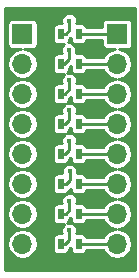
<source format=gbl>
%TF.GenerationSoftware,KiCad,Pcbnew,4.0.7*%
%TF.CreationDate,2017-11-27T18:36:53+08:00*%
%TF.ProjectId,LED_R,4C45445F522E6B696361645F70636200,rev?*%
%TF.FileFunction,Copper,L2,Bot,Signal*%
%FSLAX46Y46*%
G04 Gerber Fmt 4.6, Leading zero omitted, Abs format (unit mm)*
G04 Created by KiCad (PCBNEW 4.0.7) date 11/27/17 18:36:53*
%MOMM*%
%LPD*%
G01*
G04 APERTURE LIST*
%ADD10C,0.100000*%
%ADD11R,1.700000X1.700000*%
%ADD12O,1.700000X1.700000*%
%ADD13R,0.500000X0.900000*%
%ADD14C,0.453000*%
%ADD15C,0.250000*%
%ADD16C,0.254000*%
G04 APERTURE END LIST*
D10*
D11*
X9997600Y-2709200D03*
D12*
X9997600Y-5249200D03*
X9997600Y-7789200D03*
X9997600Y-10329200D03*
X9997600Y-12869200D03*
X9997600Y-15409200D03*
X9997600Y-17949200D03*
X9997600Y-20489200D03*
D11*
X1997600Y-2709200D03*
D12*
X1997600Y-5249200D03*
X1997600Y-7789200D03*
X1997600Y-10329200D03*
X1997600Y-12869200D03*
X1997600Y-15409200D03*
X1997600Y-17949200D03*
X1997600Y-20489200D03*
D13*
X5247600Y-2709200D03*
X6747600Y-2709200D03*
X5247600Y-5249200D03*
X6747600Y-5249200D03*
X5247600Y-7789200D03*
X6747600Y-7789200D03*
X5247600Y-10329200D03*
X6747600Y-10329200D03*
X5247600Y-12869200D03*
X6747600Y-12869200D03*
X5247600Y-15409200D03*
X6747600Y-15409200D03*
X5247600Y-17949200D03*
X6747600Y-17949200D03*
X5247600Y-20489200D03*
X6747600Y-20489200D03*
D14*
X5950000Y-1600006D03*
X5900000Y-4100000D03*
X5950000Y-6650000D03*
X5950000Y-9200002D03*
X5950000Y-11750006D03*
X6000004Y-14350000D03*
X5950000Y-16850000D03*
X5950000Y-19350002D03*
D15*
X5247600Y-2709200D02*
X5640800Y-2709200D01*
X5640800Y-2709200D02*
X5950000Y-2400000D01*
X5950000Y-2400000D02*
X5950000Y-1600006D01*
X5247600Y-5249200D02*
X5500800Y-5249200D01*
X5500800Y-5249200D02*
X5900000Y-4850000D01*
X5900000Y-4850000D02*
X5900000Y-4100000D01*
X5247600Y-7789200D02*
X5560800Y-7789200D01*
X5560800Y-7789200D02*
X5950000Y-7400000D01*
X5950000Y-7400000D02*
X5950000Y-6650000D01*
X5247600Y-10329200D02*
X5620800Y-10329200D01*
X5620800Y-10329200D02*
X5950000Y-10000000D01*
X5950000Y-10000000D02*
X5950000Y-9200002D01*
X5247600Y-12869200D02*
X5630800Y-12869200D01*
X5630800Y-12869200D02*
X5950000Y-12550000D01*
X5950000Y-12550000D02*
X5950000Y-11750006D01*
X5247600Y-15409200D02*
X5690800Y-15409200D01*
X5690800Y-15409200D02*
X6000004Y-15099996D01*
X6000004Y-15099996D02*
X6000004Y-14350000D01*
X5247600Y-17949200D02*
X5650800Y-17949200D01*
X5650800Y-17949200D02*
X5950000Y-17650000D01*
X5950000Y-17650000D02*
X5950000Y-16850000D01*
X5247600Y-20489200D02*
X5610800Y-20489200D01*
X5610800Y-20489200D02*
X5950000Y-20150000D01*
X5950000Y-20150000D02*
X5950000Y-19350002D01*
X9997600Y-2709200D02*
X6747600Y-2709200D01*
X9997600Y-5249200D02*
X6747600Y-5249200D01*
X9997600Y-7789200D02*
X6747600Y-7789200D01*
X6747600Y-10329200D02*
X7247600Y-10329200D01*
X7247600Y-10329200D02*
X9997600Y-10329200D01*
X9997600Y-12869200D02*
X8795519Y-12869200D01*
X8795519Y-12869200D02*
X6747600Y-12869200D01*
X9997600Y-15409200D02*
X8795519Y-15409200D01*
X8795519Y-15409200D02*
X6747600Y-15409200D01*
X9997600Y-17949200D02*
X8795519Y-17949200D01*
X8795519Y-17949200D02*
X6747600Y-17949200D01*
X9795519Y-20489200D02*
X6747600Y-20489200D01*
D16*
G36*
X11498000Y-22698000D02*
X502000Y-22698000D01*
X502000Y-5249200D01*
X695582Y-5249200D01*
X792788Y-5737887D01*
X1069607Y-6152175D01*
X1483895Y-6428994D01*
X1937391Y-6519200D01*
X1483895Y-6609406D01*
X1069607Y-6886225D01*
X792788Y-7300513D01*
X695582Y-7789200D01*
X792788Y-8277887D01*
X1069607Y-8692175D01*
X1483895Y-8968994D01*
X1937391Y-9059200D01*
X1483895Y-9149406D01*
X1069607Y-9426225D01*
X792788Y-9840513D01*
X695582Y-10329200D01*
X792788Y-10817887D01*
X1069607Y-11232175D01*
X1483895Y-11508994D01*
X1937391Y-11599200D01*
X1483895Y-11689406D01*
X1069607Y-11966225D01*
X792788Y-12380513D01*
X695582Y-12869200D01*
X792788Y-13357887D01*
X1069607Y-13772175D01*
X1483895Y-14048994D01*
X1937391Y-14139200D01*
X1483895Y-14229406D01*
X1069607Y-14506225D01*
X792788Y-14920513D01*
X695582Y-15409200D01*
X792788Y-15897887D01*
X1069607Y-16312175D01*
X1483895Y-16588994D01*
X1937391Y-16679200D01*
X1483895Y-16769406D01*
X1069607Y-17046225D01*
X792788Y-17460513D01*
X695582Y-17949200D01*
X792788Y-18437887D01*
X1069607Y-18852175D01*
X1483895Y-19128994D01*
X1937391Y-19219200D01*
X1483895Y-19309406D01*
X1069607Y-19586225D01*
X792788Y-20000513D01*
X695582Y-20489200D01*
X792788Y-20977887D01*
X1069607Y-21392175D01*
X1483895Y-21668994D01*
X1972582Y-21766200D01*
X2022618Y-21766200D01*
X2511305Y-21668994D01*
X2925593Y-21392175D01*
X3202412Y-20977887D01*
X3299618Y-20489200D01*
X3202412Y-20000513D01*
X2925593Y-19586225D01*
X2511305Y-19309406D01*
X2057809Y-19219200D01*
X2511305Y-19128994D01*
X2925593Y-18852175D01*
X3202412Y-18437887D01*
X3299618Y-17949200D01*
X3202412Y-17460513D01*
X2925593Y-17046225D01*
X2511305Y-16769406D01*
X2057809Y-16679200D01*
X2511305Y-16588994D01*
X2925593Y-16312175D01*
X3202412Y-15897887D01*
X3299618Y-15409200D01*
X3202412Y-14920513D01*
X2925593Y-14506225D01*
X2511305Y-14229406D01*
X2057809Y-14139200D01*
X2511305Y-14048994D01*
X2925593Y-13772175D01*
X3202412Y-13357887D01*
X3299618Y-12869200D01*
X3202412Y-12380513D01*
X2925593Y-11966225D01*
X2511305Y-11689406D01*
X2057809Y-11599200D01*
X2511305Y-11508994D01*
X2925593Y-11232175D01*
X3202412Y-10817887D01*
X3299618Y-10329200D01*
X3202412Y-9840513D01*
X2925593Y-9426225D01*
X2511305Y-9149406D01*
X2057809Y-9059200D01*
X2511305Y-8968994D01*
X2925593Y-8692175D01*
X3202412Y-8277887D01*
X3299618Y-7789200D01*
X3202412Y-7300513D01*
X2925593Y-6886225D01*
X2511305Y-6609406D01*
X2057809Y-6519200D01*
X2511305Y-6428994D01*
X2925593Y-6152175D01*
X3202412Y-5737887D01*
X3299618Y-5249200D01*
X3202412Y-4760513D01*
X2925593Y-4346225D01*
X2511305Y-4069406D01*
X2135054Y-3994565D01*
X2847600Y-3994565D01*
X3005837Y-3964791D01*
X3151167Y-3871273D01*
X3248664Y-3728581D01*
X3282965Y-3559200D01*
X3282965Y-2259200D01*
X4562235Y-2259200D01*
X4562235Y-3159200D01*
X4592009Y-3317437D01*
X4685527Y-3462767D01*
X4828219Y-3560264D01*
X4997600Y-3594565D01*
X5481321Y-3594565D01*
X5346313Y-3729339D01*
X5246614Y-3969440D01*
X5246387Y-4229419D01*
X5301926Y-4363835D01*
X4997600Y-4363835D01*
X4839363Y-4393609D01*
X4694033Y-4487127D01*
X4596536Y-4629819D01*
X4562235Y-4799200D01*
X4562235Y-5699200D01*
X4592009Y-5857437D01*
X4685527Y-6002767D01*
X4828219Y-6100264D01*
X4997600Y-6134565D01*
X5497600Y-6134565D01*
X5551497Y-6124424D01*
X5396313Y-6279339D01*
X5296614Y-6519440D01*
X5296387Y-6779419D01*
X5347794Y-6903835D01*
X4997600Y-6903835D01*
X4839363Y-6933609D01*
X4694033Y-7027127D01*
X4596536Y-7169819D01*
X4562235Y-7339200D01*
X4562235Y-8239200D01*
X4592009Y-8397437D01*
X4685527Y-8542767D01*
X4828219Y-8640264D01*
X4997600Y-8674565D01*
X5497600Y-8674565D01*
X5563844Y-8662100D01*
X5396313Y-8829341D01*
X5296614Y-9069442D01*
X5296387Y-9329421D01*
X5343661Y-9443835D01*
X4997600Y-9443835D01*
X4839363Y-9473609D01*
X4694033Y-9567127D01*
X4596536Y-9709819D01*
X4562235Y-9879200D01*
X4562235Y-10779200D01*
X4592009Y-10937437D01*
X4685527Y-11082767D01*
X4828219Y-11180264D01*
X4997600Y-11214565D01*
X5497600Y-11214565D01*
X5576193Y-11199777D01*
X5396313Y-11379345D01*
X5296614Y-11619446D01*
X5296387Y-11879425D01*
X5339528Y-11983835D01*
X4997600Y-11983835D01*
X4839363Y-12013609D01*
X4694033Y-12107127D01*
X4596536Y-12249819D01*
X4562235Y-12419200D01*
X4562235Y-13319200D01*
X4592009Y-13477437D01*
X4685527Y-13622767D01*
X4828219Y-13720264D01*
X4997600Y-13754565D01*
X5497600Y-13754565D01*
X5655837Y-13724791D01*
X5801167Y-13631273D01*
X5898664Y-13488581D01*
X5932965Y-13319200D01*
X5932965Y-13318429D01*
X6021123Y-13259523D01*
X6062235Y-13218411D01*
X6062235Y-13319200D01*
X6092009Y-13477437D01*
X6185527Y-13622767D01*
X6328219Y-13720264D01*
X6497600Y-13754565D01*
X6997600Y-13754565D01*
X7155837Y-13724791D01*
X7301167Y-13631273D01*
X7398664Y-13488581D01*
X7412309Y-13421200D01*
X8835092Y-13421200D01*
X9069607Y-13772175D01*
X9483895Y-14048994D01*
X9937391Y-14139200D01*
X9483895Y-14229406D01*
X9069607Y-14506225D01*
X8835092Y-14857200D01*
X7413773Y-14857200D01*
X7403191Y-14800963D01*
X7309673Y-14655633D01*
X7166981Y-14558136D01*
X6997600Y-14523835D01*
X6635421Y-14523835D01*
X6653390Y-14480560D01*
X6653617Y-14220581D01*
X6554338Y-13980305D01*
X6370665Y-13796313D01*
X6130564Y-13696614D01*
X5870585Y-13696387D01*
X5630309Y-13795666D01*
X5446317Y-13979339D01*
X5346618Y-14219440D01*
X5346391Y-14479419D01*
X5364743Y-14523835D01*
X4997600Y-14523835D01*
X4839363Y-14553609D01*
X4694033Y-14647127D01*
X4596536Y-14789819D01*
X4562235Y-14959200D01*
X4562235Y-15859200D01*
X4592009Y-16017437D01*
X4685527Y-16162767D01*
X4828219Y-16260264D01*
X4997600Y-16294565D01*
X5497600Y-16294565D01*
X5654353Y-16265070D01*
X5580305Y-16295666D01*
X5396313Y-16479339D01*
X5296614Y-16719440D01*
X5296387Y-16979419D01*
X5331267Y-17063835D01*
X4997600Y-17063835D01*
X4839363Y-17093609D01*
X4694033Y-17187127D01*
X4596536Y-17329819D01*
X4562235Y-17499200D01*
X4562235Y-18399200D01*
X4592009Y-18557437D01*
X4685527Y-18702767D01*
X4828219Y-18800264D01*
X4997600Y-18834565D01*
X5497600Y-18834565D01*
X5551500Y-18824423D01*
X5396313Y-18979341D01*
X5296614Y-19219442D01*
X5296387Y-19479421D01*
X5347793Y-19603835D01*
X4997600Y-19603835D01*
X4839363Y-19633609D01*
X4694033Y-19727127D01*
X4596536Y-19869819D01*
X4562235Y-20039200D01*
X4562235Y-20939200D01*
X4592009Y-21097437D01*
X4685527Y-21242767D01*
X4828219Y-21340264D01*
X4997600Y-21374565D01*
X5497600Y-21374565D01*
X5655837Y-21344791D01*
X5801167Y-21251273D01*
X5898664Y-21108581D01*
X5932965Y-20939200D01*
X5932965Y-20925065D01*
X6001123Y-20879523D01*
X6062235Y-20818411D01*
X6062235Y-20939200D01*
X6092009Y-21097437D01*
X6185527Y-21242767D01*
X6328219Y-21340264D01*
X6497600Y-21374565D01*
X6997600Y-21374565D01*
X7155837Y-21344791D01*
X7301167Y-21251273D01*
X7398664Y-21108581D01*
X7412309Y-21041200D01*
X8835092Y-21041200D01*
X9069607Y-21392175D01*
X9483895Y-21668994D01*
X9972582Y-21766200D01*
X10022618Y-21766200D01*
X10511305Y-21668994D01*
X10925593Y-21392175D01*
X11202412Y-20977887D01*
X11299618Y-20489200D01*
X11202412Y-20000513D01*
X10925593Y-19586225D01*
X10511305Y-19309406D01*
X10057809Y-19219200D01*
X10511305Y-19128994D01*
X10925593Y-18852175D01*
X11202412Y-18437887D01*
X11299618Y-17949200D01*
X11202412Y-17460513D01*
X10925593Y-17046225D01*
X10511305Y-16769406D01*
X10057809Y-16679200D01*
X10511305Y-16588994D01*
X10925593Y-16312175D01*
X11202412Y-15897887D01*
X11299618Y-15409200D01*
X11202412Y-14920513D01*
X10925593Y-14506225D01*
X10511305Y-14229406D01*
X10057809Y-14139200D01*
X10511305Y-14048994D01*
X10925593Y-13772175D01*
X11202412Y-13357887D01*
X11299618Y-12869200D01*
X11202412Y-12380513D01*
X10925593Y-11966225D01*
X10511305Y-11689406D01*
X10057809Y-11599200D01*
X10511305Y-11508994D01*
X10925593Y-11232175D01*
X11202412Y-10817887D01*
X11299618Y-10329200D01*
X11202412Y-9840513D01*
X10925593Y-9426225D01*
X10511305Y-9149406D01*
X10057809Y-9059200D01*
X10511305Y-8968994D01*
X10925593Y-8692175D01*
X11202412Y-8277887D01*
X11299618Y-7789200D01*
X11202412Y-7300513D01*
X10925593Y-6886225D01*
X10511305Y-6609406D01*
X10057809Y-6519200D01*
X10511305Y-6428994D01*
X10925593Y-6152175D01*
X11202412Y-5737887D01*
X11299618Y-5249200D01*
X11202412Y-4760513D01*
X10925593Y-4346225D01*
X10511305Y-4069406D01*
X10135054Y-3994565D01*
X10847600Y-3994565D01*
X11005837Y-3964791D01*
X11151167Y-3871273D01*
X11248664Y-3728581D01*
X11282965Y-3559200D01*
X11282965Y-1859200D01*
X11253191Y-1700963D01*
X11159673Y-1555633D01*
X11016981Y-1458136D01*
X10847600Y-1423835D01*
X9147600Y-1423835D01*
X8989363Y-1453609D01*
X8844033Y-1547127D01*
X8746536Y-1689819D01*
X8712235Y-1859200D01*
X8712235Y-2157200D01*
X7413773Y-2157200D01*
X7403191Y-2100963D01*
X7309673Y-1955633D01*
X7166981Y-1858136D01*
X6997600Y-1823835D01*
X6564657Y-1823835D01*
X6603386Y-1730566D01*
X6603613Y-1470587D01*
X6504334Y-1230311D01*
X6320661Y-1046319D01*
X6080560Y-946620D01*
X5820581Y-946393D01*
X5580305Y-1045672D01*
X5396313Y-1229345D01*
X5296614Y-1469446D01*
X5296387Y-1729425D01*
X5335396Y-1823835D01*
X4997600Y-1823835D01*
X4839363Y-1853609D01*
X4694033Y-1947127D01*
X4596536Y-2089819D01*
X4562235Y-2259200D01*
X3282965Y-2259200D01*
X3282965Y-1859200D01*
X3253191Y-1700963D01*
X3159673Y-1555633D01*
X3016981Y-1458136D01*
X2847600Y-1423835D01*
X1147600Y-1423835D01*
X989363Y-1453609D01*
X844033Y-1547127D01*
X746536Y-1689819D01*
X712235Y-1859200D01*
X712235Y-3559200D01*
X742009Y-3717437D01*
X835527Y-3862767D01*
X978219Y-3960264D01*
X1147600Y-3994565D01*
X1860146Y-3994565D01*
X1483895Y-4069406D01*
X1069607Y-4346225D01*
X792788Y-4760513D01*
X695582Y-5249200D01*
X502000Y-5249200D01*
X502000Y-502000D01*
X11498000Y-502000D01*
X11498000Y-22698000D01*
X11498000Y-22698000D01*
G37*
X11498000Y-22698000D02*
X502000Y-22698000D01*
X502000Y-5249200D01*
X695582Y-5249200D01*
X792788Y-5737887D01*
X1069607Y-6152175D01*
X1483895Y-6428994D01*
X1937391Y-6519200D01*
X1483895Y-6609406D01*
X1069607Y-6886225D01*
X792788Y-7300513D01*
X695582Y-7789200D01*
X792788Y-8277887D01*
X1069607Y-8692175D01*
X1483895Y-8968994D01*
X1937391Y-9059200D01*
X1483895Y-9149406D01*
X1069607Y-9426225D01*
X792788Y-9840513D01*
X695582Y-10329200D01*
X792788Y-10817887D01*
X1069607Y-11232175D01*
X1483895Y-11508994D01*
X1937391Y-11599200D01*
X1483895Y-11689406D01*
X1069607Y-11966225D01*
X792788Y-12380513D01*
X695582Y-12869200D01*
X792788Y-13357887D01*
X1069607Y-13772175D01*
X1483895Y-14048994D01*
X1937391Y-14139200D01*
X1483895Y-14229406D01*
X1069607Y-14506225D01*
X792788Y-14920513D01*
X695582Y-15409200D01*
X792788Y-15897887D01*
X1069607Y-16312175D01*
X1483895Y-16588994D01*
X1937391Y-16679200D01*
X1483895Y-16769406D01*
X1069607Y-17046225D01*
X792788Y-17460513D01*
X695582Y-17949200D01*
X792788Y-18437887D01*
X1069607Y-18852175D01*
X1483895Y-19128994D01*
X1937391Y-19219200D01*
X1483895Y-19309406D01*
X1069607Y-19586225D01*
X792788Y-20000513D01*
X695582Y-20489200D01*
X792788Y-20977887D01*
X1069607Y-21392175D01*
X1483895Y-21668994D01*
X1972582Y-21766200D01*
X2022618Y-21766200D01*
X2511305Y-21668994D01*
X2925593Y-21392175D01*
X3202412Y-20977887D01*
X3299618Y-20489200D01*
X3202412Y-20000513D01*
X2925593Y-19586225D01*
X2511305Y-19309406D01*
X2057809Y-19219200D01*
X2511305Y-19128994D01*
X2925593Y-18852175D01*
X3202412Y-18437887D01*
X3299618Y-17949200D01*
X3202412Y-17460513D01*
X2925593Y-17046225D01*
X2511305Y-16769406D01*
X2057809Y-16679200D01*
X2511305Y-16588994D01*
X2925593Y-16312175D01*
X3202412Y-15897887D01*
X3299618Y-15409200D01*
X3202412Y-14920513D01*
X2925593Y-14506225D01*
X2511305Y-14229406D01*
X2057809Y-14139200D01*
X2511305Y-14048994D01*
X2925593Y-13772175D01*
X3202412Y-13357887D01*
X3299618Y-12869200D01*
X3202412Y-12380513D01*
X2925593Y-11966225D01*
X2511305Y-11689406D01*
X2057809Y-11599200D01*
X2511305Y-11508994D01*
X2925593Y-11232175D01*
X3202412Y-10817887D01*
X3299618Y-10329200D01*
X3202412Y-9840513D01*
X2925593Y-9426225D01*
X2511305Y-9149406D01*
X2057809Y-9059200D01*
X2511305Y-8968994D01*
X2925593Y-8692175D01*
X3202412Y-8277887D01*
X3299618Y-7789200D01*
X3202412Y-7300513D01*
X2925593Y-6886225D01*
X2511305Y-6609406D01*
X2057809Y-6519200D01*
X2511305Y-6428994D01*
X2925593Y-6152175D01*
X3202412Y-5737887D01*
X3299618Y-5249200D01*
X3202412Y-4760513D01*
X2925593Y-4346225D01*
X2511305Y-4069406D01*
X2135054Y-3994565D01*
X2847600Y-3994565D01*
X3005837Y-3964791D01*
X3151167Y-3871273D01*
X3248664Y-3728581D01*
X3282965Y-3559200D01*
X3282965Y-2259200D01*
X4562235Y-2259200D01*
X4562235Y-3159200D01*
X4592009Y-3317437D01*
X4685527Y-3462767D01*
X4828219Y-3560264D01*
X4997600Y-3594565D01*
X5481321Y-3594565D01*
X5346313Y-3729339D01*
X5246614Y-3969440D01*
X5246387Y-4229419D01*
X5301926Y-4363835D01*
X4997600Y-4363835D01*
X4839363Y-4393609D01*
X4694033Y-4487127D01*
X4596536Y-4629819D01*
X4562235Y-4799200D01*
X4562235Y-5699200D01*
X4592009Y-5857437D01*
X4685527Y-6002767D01*
X4828219Y-6100264D01*
X4997600Y-6134565D01*
X5497600Y-6134565D01*
X5551497Y-6124424D01*
X5396313Y-6279339D01*
X5296614Y-6519440D01*
X5296387Y-6779419D01*
X5347794Y-6903835D01*
X4997600Y-6903835D01*
X4839363Y-6933609D01*
X4694033Y-7027127D01*
X4596536Y-7169819D01*
X4562235Y-7339200D01*
X4562235Y-8239200D01*
X4592009Y-8397437D01*
X4685527Y-8542767D01*
X4828219Y-8640264D01*
X4997600Y-8674565D01*
X5497600Y-8674565D01*
X5563844Y-8662100D01*
X5396313Y-8829341D01*
X5296614Y-9069442D01*
X5296387Y-9329421D01*
X5343661Y-9443835D01*
X4997600Y-9443835D01*
X4839363Y-9473609D01*
X4694033Y-9567127D01*
X4596536Y-9709819D01*
X4562235Y-9879200D01*
X4562235Y-10779200D01*
X4592009Y-10937437D01*
X4685527Y-11082767D01*
X4828219Y-11180264D01*
X4997600Y-11214565D01*
X5497600Y-11214565D01*
X5576193Y-11199777D01*
X5396313Y-11379345D01*
X5296614Y-11619446D01*
X5296387Y-11879425D01*
X5339528Y-11983835D01*
X4997600Y-11983835D01*
X4839363Y-12013609D01*
X4694033Y-12107127D01*
X4596536Y-12249819D01*
X4562235Y-12419200D01*
X4562235Y-13319200D01*
X4592009Y-13477437D01*
X4685527Y-13622767D01*
X4828219Y-13720264D01*
X4997600Y-13754565D01*
X5497600Y-13754565D01*
X5655837Y-13724791D01*
X5801167Y-13631273D01*
X5898664Y-13488581D01*
X5932965Y-13319200D01*
X5932965Y-13318429D01*
X6021123Y-13259523D01*
X6062235Y-13218411D01*
X6062235Y-13319200D01*
X6092009Y-13477437D01*
X6185527Y-13622767D01*
X6328219Y-13720264D01*
X6497600Y-13754565D01*
X6997600Y-13754565D01*
X7155837Y-13724791D01*
X7301167Y-13631273D01*
X7398664Y-13488581D01*
X7412309Y-13421200D01*
X8835092Y-13421200D01*
X9069607Y-13772175D01*
X9483895Y-14048994D01*
X9937391Y-14139200D01*
X9483895Y-14229406D01*
X9069607Y-14506225D01*
X8835092Y-14857200D01*
X7413773Y-14857200D01*
X7403191Y-14800963D01*
X7309673Y-14655633D01*
X7166981Y-14558136D01*
X6997600Y-14523835D01*
X6635421Y-14523835D01*
X6653390Y-14480560D01*
X6653617Y-14220581D01*
X6554338Y-13980305D01*
X6370665Y-13796313D01*
X6130564Y-13696614D01*
X5870585Y-13696387D01*
X5630309Y-13795666D01*
X5446317Y-13979339D01*
X5346618Y-14219440D01*
X5346391Y-14479419D01*
X5364743Y-14523835D01*
X4997600Y-14523835D01*
X4839363Y-14553609D01*
X4694033Y-14647127D01*
X4596536Y-14789819D01*
X4562235Y-14959200D01*
X4562235Y-15859200D01*
X4592009Y-16017437D01*
X4685527Y-16162767D01*
X4828219Y-16260264D01*
X4997600Y-16294565D01*
X5497600Y-16294565D01*
X5654353Y-16265070D01*
X5580305Y-16295666D01*
X5396313Y-16479339D01*
X5296614Y-16719440D01*
X5296387Y-16979419D01*
X5331267Y-17063835D01*
X4997600Y-17063835D01*
X4839363Y-17093609D01*
X4694033Y-17187127D01*
X4596536Y-17329819D01*
X4562235Y-17499200D01*
X4562235Y-18399200D01*
X4592009Y-18557437D01*
X4685527Y-18702767D01*
X4828219Y-18800264D01*
X4997600Y-18834565D01*
X5497600Y-18834565D01*
X5551500Y-18824423D01*
X5396313Y-18979341D01*
X5296614Y-19219442D01*
X5296387Y-19479421D01*
X5347793Y-19603835D01*
X4997600Y-19603835D01*
X4839363Y-19633609D01*
X4694033Y-19727127D01*
X4596536Y-19869819D01*
X4562235Y-20039200D01*
X4562235Y-20939200D01*
X4592009Y-21097437D01*
X4685527Y-21242767D01*
X4828219Y-21340264D01*
X4997600Y-21374565D01*
X5497600Y-21374565D01*
X5655837Y-21344791D01*
X5801167Y-21251273D01*
X5898664Y-21108581D01*
X5932965Y-20939200D01*
X5932965Y-20925065D01*
X6001123Y-20879523D01*
X6062235Y-20818411D01*
X6062235Y-20939200D01*
X6092009Y-21097437D01*
X6185527Y-21242767D01*
X6328219Y-21340264D01*
X6497600Y-21374565D01*
X6997600Y-21374565D01*
X7155837Y-21344791D01*
X7301167Y-21251273D01*
X7398664Y-21108581D01*
X7412309Y-21041200D01*
X8835092Y-21041200D01*
X9069607Y-21392175D01*
X9483895Y-21668994D01*
X9972582Y-21766200D01*
X10022618Y-21766200D01*
X10511305Y-21668994D01*
X10925593Y-21392175D01*
X11202412Y-20977887D01*
X11299618Y-20489200D01*
X11202412Y-20000513D01*
X10925593Y-19586225D01*
X10511305Y-19309406D01*
X10057809Y-19219200D01*
X10511305Y-19128994D01*
X10925593Y-18852175D01*
X11202412Y-18437887D01*
X11299618Y-17949200D01*
X11202412Y-17460513D01*
X10925593Y-17046225D01*
X10511305Y-16769406D01*
X10057809Y-16679200D01*
X10511305Y-16588994D01*
X10925593Y-16312175D01*
X11202412Y-15897887D01*
X11299618Y-15409200D01*
X11202412Y-14920513D01*
X10925593Y-14506225D01*
X10511305Y-14229406D01*
X10057809Y-14139200D01*
X10511305Y-14048994D01*
X10925593Y-13772175D01*
X11202412Y-13357887D01*
X11299618Y-12869200D01*
X11202412Y-12380513D01*
X10925593Y-11966225D01*
X10511305Y-11689406D01*
X10057809Y-11599200D01*
X10511305Y-11508994D01*
X10925593Y-11232175D01*
X11202412Y-10817887D01*
X11299618Y-10329200D01*
X11202412Y-9840513D01*
X10925593Y-9426225D01*
X10511305Y-9149406D01*
X10057809Y-9059200D01*
X10511305Y-8968994D01*
X10925593Y-8692175D01*
X11202412Y-8277887D01*
X11299618Y-7789200D01*
X11202412Y-7300513D01*
X10925593Y-6886225D01*
X10511305Y-6609406D01*
X10057809Y-6519200D01*
X10511305Y-6428994D01*
X10925593Y-6152175D01*
X11202412Y-5737887D01*
X11299618Y-5249200D01*
X11202412Y-4760513D01*
X10925593Y-4346225D01*
X10511305Y-4069406D01*
X10135054Y-3994565D01*
X10847600Y-3994565D01*
X11005837Y-3964791D01*
X11151167Y-3871273D01*
X11248664Y-3728581D01*
X11282965Y-3559200D01*
X11282965Y-1859200D01*
X11253191Y-1700963D01*
X11159673Y-1555633D01*
X11016981Y-1458136D01*
X10847600Y-1423835D01*
X9147600Y-1423835D01*
X8989363Y-1453609D01*
X8844033Y-1547127D01*
X8746536Y-1689819D01*
X8712235Y-1859200D01*
X8712235Y-2157200D01*
X7413773Y-2157200D01*
X7403191Y-2100963D01*
X7309673Y-1955633D01*
X7166981Y-1858136D01*
X6997600Y-1823835D01*
X6564657Y-1823835D01*
X6603386Y-1730566D01*
X6603613Y-1470587D01*
X6504334Y-1230311D01*
X6320661Y-1046319D01*
X6080560Y-946620D01*
X5820581Y-946393D01*
X5580305Y-1045672D01*
X5396313Y-1229345D01*
X5296614Y-1469446D01*
X5296387Y-1729425D01*
X5335396Y-1823835D01*
X4997600Y-1823835D01*
X4839363Y-1853609D01*
X4694033Y-1947127D01*
X4596536Y-2089819D01*
X4562235Y-2259200D01*
X3282965Y-2259200D01*
X3282965Y-1859200D01*
X3253191Y-1700963D01*
X3159673Y-1555633D01*
X3016981Y-1458136D01*
X2847600Y-1423835D01*
X1147600Y-1423835D01*
X989363Y-1453609D01*
X844033Y-1547127D01*
X746536Y-1689819D01*
X712235Y-1859200D01*
X712235Y-3559200D01*
X742009Y-3717437D01*
X835527Y-3862767D01*
X978219Y-3960264D01*
X1147600Y-3994565D01*
X1860146Y-3994565D01*
X1483895Y-4069406D01*
X1069607Y-4346225D01*
X792788Y-4760513D01*
X695582Y-5249200D01*
X502000Y-5249200D01*
X502000Y-502000D01*
X11498000Y-502000D01*
X11498000Y-22698000D01*
G36*
X6062235Y-18399200D02*
X6092009Y-18557437D01*
X6185527Y-18702767D01*
X6328219Y-18800264D01*
X6497600Y-18834565D01*
X6997600Y-18834565D01*
X7155837Y-18804791D01*
X7301167Y-18711273D01*
X7398664Y-18568581D01*
X7412309Y-18501200D01*
X8835092Y-18501200D01*
X9069607Y-18852175D01*
X9483895Y-19128994D01*
X9937391Y-19219200D01*
X9483895Y-19309406D01*
X9069607Y-19586225D01*
X8835092Y-19937200D01*
X7413773Y-19937200D01*
X7403191Y-19880963D01*
X7309673Y-19735633D01*
X7166981Y-19638136D01*
X6997600Y-19603835D01*
X6552198Y-19603835D01*
X6603386Y-19480562D01*
X6603613Y-19220583D01*
X6504334Y-18980307D01*
X6320661Y-18796315D01*
X6080560Y-18696616D01*
X5820581Y-18696389D01*
X5807700Y-18701711D01*
X5898664Y-18568581D01*
X5930016Y-18413763D01*
X6041123Y-18339523D01*
X6062235Y-18318411D01*
X6062235Y-18399200D01*
X6062235Y-18399200D01*
G37*
X6062235Y-18399200D02*
X6092009Y-18557437D01*
X6185527Y-18702767D01*
X6328219Y-18800264D01*
X6497600Y-18834565D01*
X6997600Y-18834565D01*
X7155837Y-18804791D01*
X7301167Y-18711273D01*
X7398664Y-18568581D01*
X7412309Y-18501200D01*
X8835092Y-18501200D01*
X9069607Y-18852175D01*
X9483895Y-19128994D01*
X9937391Y-19219200D01*
X9483895Y-19309406D01*
X9069607Y-19586225D01*
X8835092Y-19937200D01*
X7413773Y-19937200D01*
X7403191Y-19880963D01*
X7309673Y-19735633D01*
X7166981Y-19638136D01*
X6997600Y-19603835D01*
X6552198Y-19603835D01*
X6603386Y-19480562D01*
X6603613Y-19220583D01*
X6504334Y-18980307D01*
X6320661Y-18796315D01*
X6080560Y-18696616D01*
X5820581Y-18696389D01*
X5807700Y-18701711D01*
X5898664Y-18568581D01*
X5930016Y-18413763D01*
X6041123Y-18339523D01*
X6062235Y-18318411D01*
X6062235Y-18399200D01*
G36*
X6062235Y-15859200D02*
X6092009Y-16017437D01*
X6185527Y-16162767D01*
X6328219Y-16260264D01*
X6497600Y-16294565D01*
X6997600Y-16294565D01*
X7155837Y-16264791D01*
X7301167Y-16171273D01*
X7398664Y-16028581D01*
X7412309Y-15961200D01*
X8835092Y-15961200D01*
X9069607Y-16312175D01*
X9483895Y-16588994D01*
X9937391Y-16679200D01*
X9483895Y-16769406D01*
X9069607Y-17046225D01*
X8835092Y-17397200D01*
X7413773Y-17397200D01*
X7403191Y-17340963D01*
X7309673Y-17195633D01*
X7166981Y-17098136D01*
X6997600Y-17063835D01*
X6568807Y-17063835D01*
X6603386Y-16980560D01*
X6603613Y-16720581D01*
X6504334Y-16480305D01*
X6320661Y-16296313D01*
X6080560Y-16196614D01*
X5820581Y-16196387D01*
X5657287Y-16263858D01*
X5801167Y-16171273D01*
X5898664Y-16028581D01*
X5923756Y-15904673D01*
X6062235Y-15812144D01*
X6062235Y-15859200D01*
X6062235Y-15859200D01*
G37*
X6062235Y-15859200D02*
X6092009Y-16017437D01*
X6185527Y-16162767D01*
X6328219Y-16260264D01*
X6497600Y-16294565D01*
X6997600Y-16294565D01*
X7155837Y-16264791D01*
X7301167Y-16171273D01*
X7398664Y-16028581D01*
X7412309Y-15961200D01*
X8835092Y-15961200D01*
X9069607Y-16312175D01*
X9483895Y-16588994D01*
X9937391Y-16679200D01*
X9483895Y-16769406D01*
X9069607Y-17046225D01*
X8835092Y-17397200D01*
X7413773Y-17397200D01*
X7403191Y-17340963D01*
X7309673Y-17195633D01*
X7166981Y-17098136D01*
X6997600Y-17063835D01*
X6568807Y-17063835D01*
X6603386Y-16980560D01*
X6603613Y-16720581D01*
X6504334Y-16480305D01*
X6320661Y-16296313D01*
X6080560Y-16196614D01*
X5820581Y-16196387D01*
X5657287Y-16263858D01*
X5801167Y-16171273D01*
X5898664Y-16028581D01*
X5923756Y-15904673D01*
X6062235Y-15812144D01*
X6062235Y-15859200D01*
G36*
X6062235Y-10779200D02*
X6092009Y-10937437D01*
X6185527Y-11082767D01*
X6328219Y-11180264D01*
X6497600Y-11214565D01*
X6997600Y-11214565D01*
X7155837Y-11184791D01*
X7301167Y-11091273D01*
X7398664Y-10948581D01*
X7412309Y-10881200D01*
X8835092Y-10881200D01*
X9069607Y-11232175D01*
X9483895Y-11508994D01*
X9937391Y-11599200D01*
X9483895Y-11689406D01*
X9069607Y-11966225D01*
X8835092Y-12317200D01*
X7413773Y-12317200D01*
X7403191Y-12260963D01*
X7309673Y-12115633D01*
X7166981Y-12018136D01*
X6997600Y-11983835D01*
X6560505Y-11983835D01*
X6603386Y-11880566D01*
X6603613Y-11620587D01*
X6504334Y-11380311D01*
X6320661Y-11196319D01*
X6080560Y-11096620D01*
X5820581Y-11096393D01*
X5744104Y-11127992D01*
X5801167Y-11091273D01*
X5898664Y-10948581D01*
X5932965Y-10779200D01*
X5932965Y-10771747D01*
X6011123Y-10719523D01*
X6062235Y-10668411D01*
X6062235Y-10779200D01*
X6062235Y-10779200D01*
G37*
X6062235Y-10779200D02*
X6092009Y-10937437D01*
X6185527Y-11082767D01*
X6328219Y-11180264D01*
X6497600Y-11214565D01*
X6997600Y-11214565D01*
X7155837Y-11184791D01*
X7301167Y-11091273D01*
X7398664Y-10948581D01*
X7412309Y-10881200D01*
X8835092Y-10881200D01*
X9069607Y-11232175D01*
X9483895Y-11508994D01*
X9937391Y-11599200D01*
X9483895Y-11689406D01*
X9069607Y-11966225D01*
X8835092Y-12317200D01*
X7413773Y-12317200D01*
X7403191Y-12260963D01*
X7309673Y-12115633D01*
X7166981Y-12018136D01*
X6997600Y-11983835D01*
X6560505Y-11983835D01*
X6603386Y-11880566D01*
X6603613Y-11620587D01*
X6504334Y-11380311D01*
X6320661Y-11196319D01*
X6080560Y-11096620D01*
X5820581Y-11096393D01*
X5744104Y-11127992D01*
X5801167Y-11091273D01*
X5898664Y-10948581D01*
X5932965Y-10779200D01*
X5932965Y-10771747D01*
X6011123Y-10719523D01*
X6062235Y-10668411D01*
X6062235Y-10779200D01*
G36*
X6062235Y-8239200D02*
X6092009Y-8397437D01*
X6185527Y-8542767D01*
X6328219Y-8640264D01*
X6497600Y-8674565D01*
X6997600Y-8674565D01*
X7155837Y-8644791D01*
X7301167Y-8551273D01*
X7398664Y-8408581D01*
X7412309Y-8341200D01*
X8835092Y-8341200D01*
X9069607Y-8692175D01*
X9483895Y-8968994D01*
X9937391Y-9059200D01*
X9483895Y-9149406D01*
X9069607Y-9426225D01*
X8835092Y-9777200D01*
X7413773Y-9777200D01*
X7403191Y-9720963D01*
X7309673Y-9575633D01*
X7166981Y-9478136D01*
X6997600Y-9443835D01*
X6556351Y-9443835D01*
X6603386Y-9330562D01*
X6603613Y-9070583D01*
X6504334Y-8830307D01*
X6320661Y-8646315D01*
X6080560Y-8546616D01*
X5820581Y-8546389D01*
X5787543Y-8560040D01*
X5801167Y-8551273D01*
X5898664Y-8408581D01*
X5932965Y-8239200D01*
X5932965Y-8191656D01*
X5951123Y-8179523D01*
X6062235Y-8068411D01*
X6062235Y-8239200D01*
X6062235Y-8239200D01*
G37*
X6062235Y-8239200D02*
X6092009Y-8397437D01*
X6185527Y-8542767D01*
X6328219Y-8640264D01*
X6497600Y-8674565D01*
X6997600Y-8674565D01*
X7155837Y-8644791D01*
X7301167Y-8551273D01*
X7398664Y-8408581D01*
X7412309Y-8341200D01*
X8835092Y-8341200D01*
X9069607Y-8692175D01*
X9483895Y-8968994D01*
X9937391Y-9059200D01*
X9483895Y-9149406D01*
X9069607Y-9426225D01*
X8835092Y-9777200D01*
X7413773Y-9777200D01*
X7403191Y-9720963D01*
X7309673Y-9575633D01*
X7166981Y-9478136D01*
X6997600Y-9443835D01*
X6556351Y-9443835D01*
X6603386Y-9330562D01*
X6603613Y-9070583D01*
X6504334Y-8830307D01*
X6320661Y-8646315D01*
X6080560Y-8546616D01*
X5820581Y-8546389D01*
X5787543Y-8560040D01*
X5801167Y-8551273D01*
X5898664Y-8408581D01*
X5932965Y-8239200D01*
X5932965Y-8191656D01*
X5951123Y-8179523D01*
X6062235Y-8068411D01*
X6062235Y-8239200D01*
G36*
X6062235Y-5699200D02*
X6092009Y-5857437D01*
X6185527Y-6002767D01*
X6328219Y-6100264D01*
X6497600Y-6134565D01*
X6997600Y-6134565D01*
X7155837Y-6104791D01*
X7301167Y-6011273D01*
X7398664Y-5868581D01*
X7412309Y-5801200D01*
X8835092Y-5801200D01*
X9069607Y-6152175D01*
X9483895Y-6428994D01*
X9937391Y-6519200D01*
X9483895Y-6609406D01*
X9069607Y-6886225D01*
X8835092Y-7237200D01*
X7413773Y-7237200D01*
X7403191Y-7180963D01*
X7309673Y-7035633D01*
X7166981Y-6938136D01*
X6997600Y-6903835D01*
X6552198Y-6903835D01*
X6603386Y-6780560D01*
X6603613Y-6520581D01*
X6504334Y-6280305D01*
X6320661Y-6096313D01*
X6080560Y-5996614D01*
X5820581Y-5996387D01*
X5807702Y-6001708D01*
X5898664Y-5868581D01*
X5932965Y-5699200D01*
X5932965Y-5597681D01*
X6062235Y-5468411D01*
X6062235Y-5699200D01*
X6062235Y-5699200D01*
G37*
X6062235Y-5699200D02*
X6092009Y-5857437D01*
X6185527Y-6002767D01*
X6328219Y-6100264D01*
X6497600Y-6134565D01*
X6997600Y-6134565D01*
X7155837Y-6104791D01*
X7301167Y-6011273D01*
X7398664Y-5868581D01*
X7412309Y-5801200D01*
X8835092Y-5801200D01*
X9069607Y-6152175D01*
X9483895Y-6428994D01*
X9937391Y-6519200D01*
X9483895Y-6609406D01*
X9069607Y-6886225D01*
X8835092Y-7237200D01*
X7413773Y-7237200D01*
X7403191Y-7180963D01*
X7309673Y-7035633D01*
X7166981Y-6938136D01*
X6997600Y-6903835D01*
X6552198Y-6903835D01*
X6603386Y-6780560D01*
X6603613Y-6520581D01*
X6504334Y-6280305D01*
X6320661Y-6096313D01*
X6080560Y-5996614D01*
X5820581Y-5996387D01*
X5807702Y-6001708D01*
X5898664Y-5868581D01*
X5932965Y-5699200D01*
X5932965Y-5597681D01*
X6062235Y-5468411D01*
X6062235Y-5699200D01*
G36*
X6062235Y-3159200D02*
X6092009Y-3317437D01*
X6185527Y-3462767D01*
X6328219Y-3560264D01*
X6497600Y-3594565D01*
X6997600Y-3594565D01*
X7155837Y-3564791D01*
X7301167Y-3471273D01*
X7398664Y-3328581D01*
X7412309Y-3261200D01*
X8712235Y-3261200D01*
X8712235Y-3559200D01*
X8742009Y-3717437D01*
X8835527Y-3862767D01*
X8978219Y-3960264D01*
X9147600Y-3994565D01*
X9860146Y-3994565D01*
X9483895Y-4069406D01*
X9069607Y-4346225D01*
X8835092Y-4697200D01*
X7413773Y-4697200D01*
X7403191Y-4640963D01*
X7309673Y-4495633D01*
X7166981Y-4398136D01*
X6997600Y-4363835D01*
X6498045Y-4363835D01*
X6553386Y-4230560D01*
X6553613Y-3970581D01*
X6454334Y-3730305D01*
X6270661Y-3546313D01*
X6030560Y-3446614D01*
X5818142Y-3446429D01*
X5898664Y-3328581D01*
X5931581Y-3166036D01*
X6031123Y-3099523D01*
X6062235Y-3068411D01*
X6062235Y-3159200D01*
X6062235Y-3159200D01*
G37*
X6062235Y-3159200D02*
X6092009Y-3317437D01*
X6185527Y-3462767D01*
X6328219Y-3560264D01*
X6497600Y-3594565D01*
X6997600Y-3594565D01*
X7155837Y-3564791D01*
X7301167Y-3471273D01*
X7398664Y-3328581D01*
X7412309Y-3261200D01*
X8712235Y-3261200D01*
X8712235Y-3559200D01*
X8742009Y-3717437D01*
X8835527Y-3862767D01*
X8978219Y-3960264D01*
X9147600Y-3994565D01*
X9860146Y-3994565D01*
X9483895Y-4069406D01*
X9069607Y-4346225D01*
X8835092Y-4697200D01*
X7413773Y-4697200D01*
X7403191Y-4640963D01*
X7309673Y-4495633D01*
X7166981Y-4398136D01*
X6997600Y-4363835D01*
X6498045Y-4363835D01*
X6553386Y-4230560D01*
X6553613Y-3970581D01*
X6454334Y-3730305D01*
X6270661Y-3546313D01*
X6030560Y-3446614D01*
X5818142Y-3446429D01*
X5898664Y-3328581D01*
X5931581Y-3166036D01*
X6031123Y-3099523D01*
X6062235Y-3068411D01*
X6062235Y-3159200D01*
M02*

</source>
